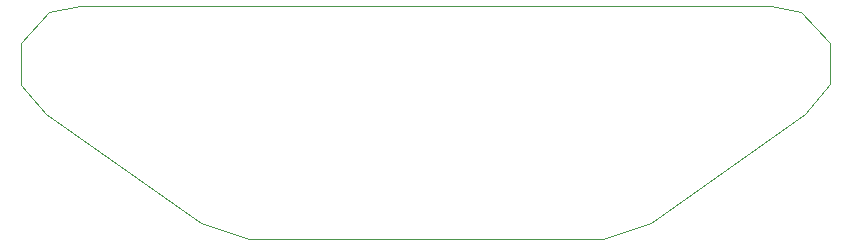
<source format=gbr>
G04 #@! TF.FileFunction,Profile,NP*
%FSLAX46Y46*%
G04 Gerber Fmt 4.6, Leading zero omitted, Abs format (unit mm)*
G04 Created by KiCad (PCBNEW 4.0.2+dfsg1-stable) date dom 10 sep 2017 20:45:57 CEST*
%MOMM*%
G01*
G04 APERTURE LIST*
%ADD10C,0.100000*%
G04 APERTURE END LIST*
D10*
X115267829Y-91974799D02*
X115267829Y-88474799D01*
X117416977Y-94479028D02*
X115267829Y-91974799D01*
X130511314Y-103722326D02*
X117416977Y-94479028D01*
X134548166Y-105003600D02*
X130511314Y-103722326D01*
X164548166Y-105003600D02*
X134548166Y-105003600D01*
X168592087Y-103717329D02*
X164548166Y-105003600D01*
X181674982Y-94457842D02*
X168592087Y-103717329D01*
X183784334Y-91920001D02*
X181674982Y-94457842D01*
X183784334Y-88420001D02*
X183784334Y-91920001D01*
X181288834Y-85825299D02*
X183784334Y-88420001D01*
X178737724Y-85323461D02*
X181288834Y-85825299D01*
X120237724Y-85323461D02*
X178737724Y-85323461D01*
X117682682Y-85804877D02*
X120237724Y-85323461D01*
X115267829Y-88474799D02*
X117682682Y-85804877D01*
M02*

</source>
